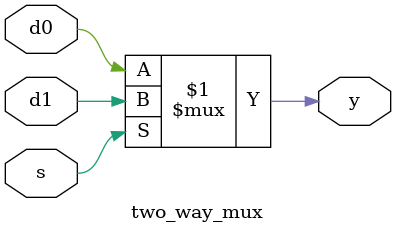
<source format=v>
module two_way_mux (
    input d0, d1, s,
    output y
);
    assign y = (s ? d1 : d0);
endmodule

</source>
